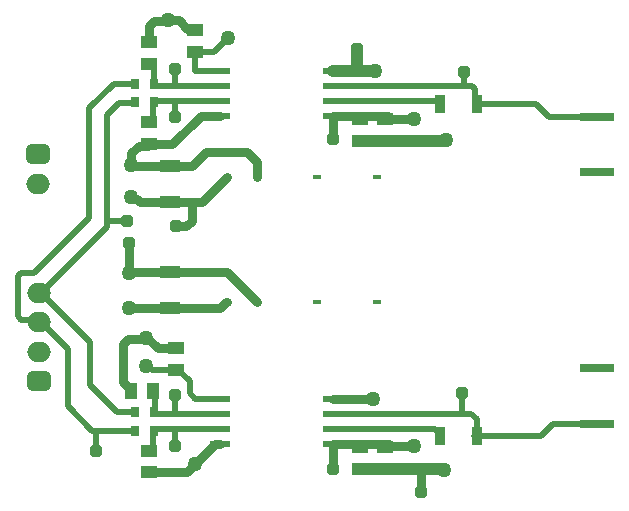
<source format=gtl>
G04*
G04 #@! TF.GenerationSoftware,Altium Limited,Altium Designer,21.6.4 (81)*
G04*
G04 Layer_Physical_Order=1*
G04 Layer_Color=255*
%FSLAX25Y25*%
%MOIN*%
G70*
G04*
G04 #@! TF.SameCoordinates,D96B5EB0-5715-4667-86B1-06F83BB8B169*
G04*
G04*
G04 #@! TF.FilePolarity,Positive*
G04*
G01*
G75*
%ADD10C,0.01968*%
%ADD11C,0.03937*%
%ADD16R,0.06890X0.04331*%
G04:AMPARAMS|DCode=17|XSize=39.37mil|YSize=39.37mil|CornerRadius=9.84mil|HoleSize=0mil|Usage=FLASHONLY|Rotation=90.000|XOffset=0mil|YOffset=0mil|HoleType=Round|Shape=RoundedRectangle|*
%AMROUNDEDRECTD17*
21,1,0.03937,0.01968,0,0,90.0*
21,1,0.01968,0.03937,0,0,90.0*
1,1,0.01968,0.00984,0.00984*
1,1,0.01968,0.00984,-0.00984*
1,1,0.01968,-0.00984,-0.00984*
1,1,0.01968,-0.00984,0.00984*
%
%ADD17ROUNDEDRECTD17*%
%ADD18R,0.07087X0.02362*%
%ADD19R,0.05315X0.03937*%
%ADD20R,0.03937X0.05315*%
%ADD21R,0.02756X0.03347*%
%ADD22R,0.03543X0.06496*%
%ADD35C,0.02953*%
%ADD36R,0.02756X0.01772*%
%ADD37R,0.11811X0.02756*%
G04:AMPARAMS|DCode=38|XSize=66.93mil|YSize=78.74mil|CornerRadius=16.73mil|HoleSize=0mil|Usage=FLASHONLY|Rotation=90.000|XOffset=0mil|YOffset=0mil|HoleType=Round|Shape=RoundedRectangle|*
%AMROUNDEDRECTD38*
21,1,0.06693,0.04528,0,0,90.0*
21,1,0.03347,0.07874,0,0,90.0*
1,1,0.03346,0.02264,0.01673*
1,1,0.03346,0.02264,-0.01673*
1,1,0.03346,-0.02264,-0.01673*
1,1,0.03346,-0.02264,0.01673*
%
%ADD38ROUNDEDRECTD38*%
%ADD39O,0.07874X0.06693*%
%ADD40C,0.05000*%
D10*
X63386Y138681D02*
X63681D01*
X64665Y139665D01*
Y144882D01*
X65059Y145276D01*
X19685Y74010D02*
Y87429D01*
X20838Y72857D02*
X25962D01*
X19685Y87429D02*
X20838Y88583D01*
X19685Y74010D02*
X20838Y72857D01*
Y88583D02*
X25197D01*
X43307Y106693D01*
X25962Y72857D02*
X26772Y72047D01*
X27362D01*
X45669Y35827D02*
X58563D01*
X44488D02*
X45669D01*
Y29134D02*
Y35827D01*
X27362Y72047D02*
X36377Y63032D01*
Y43938D02*
Y63032D01*
Y43938D02*
X44488Y35827D01*
X170998Y150906D02*
X172151Y149752D01*
Y145270D02*
Y149752D01*
X168504Y150906D02*
X170998D01*
X172151Y145270D02*
X172539Y144882D01*
X173228D02*
X192520D01*
X167717Y41339D02*
X170866D01*
X172539Y34252D02*
Y39665D01*
X170866Y41339D02*
X172539Y39665D01*
X171752Y34252D02*
X194095D01*
X64305Y56201D02*
X73130D01*
X62205Y57480D02*
X63025D01*
X64305Y56201D01*
X63386Y29232D02*
X63484Y29134D01*
X64665D01*
X64862Y35630D02*
X65059Y35827D01*
X64862Y29331D02*
Y35630D01*
X64665Y29134D02*
X64862Y29331D01*
X65059Y151575D02*
Y156791D01*
X63681Y158169D02*
X65059Y156791D01*
X63386Y158169D02*
X63681D01*
X194095Y34252D02*
X198031Y38189D01*
X212598D01*
X196850Y140551D02*
X212598D01*
X192520Y144882D02*
X196850Y140551D01*
X72047Y145905D02*
X87094D01*
X65453D02*
X72047D01*
Y140551D02*
Y145905D01*
Y150906D02*
X87094D01*
X65827D02*
X72047D01*
Y156299D01*
X78740Y162106D02*
X84941D01*
X89764Y166929D01*
X78740Y155905D02*
X87094D01*
X78740D02*
Y162106D01*
X72047Y36339D02*
X87094D01*
X65669D02*
X72047D01*
Y30709D02*
Y36339D01*
Y41339D02*
X87094D01*
X66142D02*
X72047D01*
Y47638D01*
X76898Y48299D02*
X78858Y46339D01*
X76898Y48299D02*
Y52433D01*
X73130Y56201D02*
X76898Y52433D01*
X49213Y105905D02*
Y140945D01*
Y103740D02*
Y105905D01*
X55905D01*
X43701Y50984D02*
Y65551D01*
Y50984D02*
X52559Y42126D01*
X27362Y81890D02*
X43701Y65551D01*
X27362Y81890D02*
X49213Y103740D01*
X51575Y151575D02*
X58563D01*
X43307Y143307D02*
X51575Y151575D01*
X43307Y106693D02*
Y143307D01*
X26772Y81890D02*
X27362D01*
X52559Y42126D02*
X58563D01*
Y145177D02*
Y145276D01*
X58465Y145079D02*
X58563Y145177D01*
X53347Y145079D02*
X58465D01*
X49213Y140945D02*
X53347Y145079D01*
X65059Y145512D02*
X65453Y145905D01*
X124803Y150906D02*
X168504D01*
X124803Y145905D02*
X158957D01*
X159744Y144882D02*
Y145118D01*
X158957Y145905D02*
X159744Y145118D01*
X65059Y151575D02*
X65108D01*
Y151624D02*
X65827Y150906D01*
X78858Y46339D02*
X87094D01*
X65059Y35827D02*
X65108Y35778D01*
X65108D01*
X65669Y36339D01*
X65354Y41831D02*
X65748Y41437D01*
X66043D01*
X65354Y41831D02*
Y42126D01*
X66043Y41437D02*
X66142Y41339D01*
X65354Y42323D02*
Y47835D01*
X64665Y48524D02*
Y49213D01*
Y48524D02*
X65354Y47835D01*
X124695Y41339D02*
X167717D01*
Y48425D01*
X168504Y150906D02*
Y155512D01*
X160138Y34252D02*
Y34941D01*
X158740Y36339D02*
X160138Y34941D01*
X124695Y36339D02*
X158740D01*
D11*
X124803Y155905D02*
X132677D01*
X153937Y22982D02*
X161663D01*
X145029D02*
X153937D01*
X135039Y23130D02*
X144882D01*
X145029Y22982D01*
X161663D02*
X161811Y22835D01*
X132677Y155905D02*
X138583D01*
X132677D02*
Y162992D01*
X162106Y132579D02*
X162205Y132677D01*
X135039Y132579D02*
X162106D01*
D16*
X70472Y112106D02*
D03*
Y88681D02*
D03*
Y76673D02*
D03*
Y124114D02*
D03*
D17*
X72047Y30709D02*
D03*
X45669Y29134D02*
D03*
X56693Y98425D02*
D03*
X55905Y105905D02*
D03*
X72047Y140551D02*
D03*
X153937Y15354D02*
D03*
X124803Y23228D02*
D03*
X168504Y155512D02*
D03*
X167717Y48425D02*
D03*
X72047Y47638D02*
D03*
Y156299D02*
D03*
X72441Y103937D02*
D03*
X124803Y133071D02*
D03*
X132677Y162992D02*
D03*
D18*
X124695Y46339D02*
D03*
Y41339D02*
D03*
Y36339D02*
D03*
Y31339D02*
D03*
X87094Y46339D02*
D03*
Y41339D02*
D03*
Y36339D02*
D03*
Y31339D02*
D03*
Y140905D02*
D03*
Y145905D02*
D03*
Y150906D02*
D03*
Y155905D02*
D03*
X124695Y140905D02*
D03*
Y145905D02*
D03*
Y150906D02*
D03*
Y155905D02*
D03*
D19*
X78740Y169390D02*
D03*
Y162106D02*
D03*
X72441Y63484D02*
D03*
Y56201D02*
D03*
X63386Y158169D02*
D03*
Y165453D02*
D03*
Y29232D02*
D03*
Y21949D02*
D03*
Y138681D02*
D03*
Y131398D02*
D03*
X142126Y132579D02*
D03*
Y139862D02*
D03*
Y23130D02*
D03*
Y30413D02*
D03*
X133858Y23130D02*
D03*
Y30413D02*
D03*
Y132579D02*
D03*
Y139862D02*
D03*
D20*
X64665Y49213D02*
D03*
X57382D02*
D03*
D21*
X58563Y42126D02*
D03*
X65059D02*
D03*
X58563Y35827D02*
D03*
X65059D02*
D03*
X58563Y151575D02*
D03*
X65059D02*
D03*
X58563Y145276D02*
D03*
X65059D02*
D03*
D22*
X172539Y34252D02*
D03*
X160531D02*
D03*
Y144882D02*
D03*
X172539D02*
D03*
D35*
X99468Y120472D02*
Y125335D01*
X82284Y128740D02*
X96063D01*
X99468Y125335D01*
X77658Y124114D02*
X82284Y128740D01*
X70472Y124114D02*
X77658D01*
X63386Y131398D02*
X71161D01*
X80669Y140905D02*
X87094D01*
X71161Y131398D02*
X80669Y140905D01*
X57480Y124409D02*
Y128347D01*
X60039Y130905D01*
X62894D01*
X63386Y131398D01*
X70325Y124262D02*
X70472Y124114D01*
X77559Y105667D02*
Y112106D01*
X72441Y103937D02*
X75829D01*
X77559Y105667D01*
Y112106D02*
X81102D01*
X70472D02*
X77559D01*
X81102D02*
X89468Y120472D01*
X60371Y112106D02*
X70472D01*
X58060Y113199D02*
X59277D01*
X60371Y112106D01*
X57480Y113779D02*
X58060Y113199D01*
X57628Y124262D02*
X70325D01*
X57480Y124409D02*
X57628Y124262D01*
X56693Y88583D02*
Y98425D01*
X89527Y88681D02*
X99468Y78740D01*
X70472Y88681D02*
X89527D01*
X70423Y88632D02*
X70472Y88681D01*
X56742Y88632D02*
X70423D01*
X56693Y88583D02*
X56742Y88632D01*
X89173Y78740D02*
X89468D01*
X70472Y76673D02*
X87106D01*
X89173Y78740D01*
X56693Y76772D02*
X56742Y76723D01*
X70423D02*
X70472Y76673D01*
X56742Y76723D02*
X70423D01*
X75888Y21949D02*
X78743Y24803D01*
X78787D01*
X78740D02*
X78743D01*
X133858Y31339D02*
X143268D01*
X124695D02*
X133858D01*
X143268D02*
X143898Y30709D01*
X151575D01*
X151072Y139764D02*
X151969D01*
X133858Y140905D02*
X143150D01*
X151023Y139813D02*
X151072Y139764D01*
X144931Y139813D02*
X151023D01*
X124803Y140905D02*
X133858D01*
X63386Y21949D02*
X75888D01*
X73404Y172659D02*
X76181Y169882D01*
X78248D02*
X78740Y169390D01*
X76181Y169882D02*
X78248D01*
X69860Y172659D02*
X73404D01*
X69685Y172835D02*
X69860Y172659D01*
X63386Y170713D02*
X65115Y172443D01*
X69293D01*
X63386Y165453D02*
Y170713D01*
X69293Y172443D02*
X69685Y172835D01*
X78787Y24803D02*
X85323Y31339D01*
X87094D01*
X57382Y49213D02*
Y49902D01*
X54724Y52123D02*
X56454Y50394D01*
X56890D01*
X57382Y49902D01*
X54724Y52123D02*
Y64808D01*
X56454Y66537D02*
X61813D01*
X54724Y64808D02*
X56454Y66537D01*
X61813D02*
X62205Y66929D01*
X124803Y133071D02*
Y140905D01*
X62759Y66929D02*
X66204Y63484D01*
X72441D01*
X62205Y66929D02*
X62759D01*
X124754Y46398D02*
X138130D01*
X124695Y46339D02*
X124754Y46398D01*
X138130D02*
X138189Y46457D01*
X124695Y31339D02*
X124749Y31284D01*
Y23282D02*
X124803Y23228D01*
X124749Y23282D02*
Y31284D01*
X153937Y15354D02*
Y22982D01*
X144193Y139862D02*
X144882D01*
X143150Y140905D02*
X144193Y139862D01*
X144882D02*
X144931Y139813D01*
D36*
X89468Y120472D02*
D03*
X99468D02*
D03*
X119471D02*
D03*
X139469D02*
D03*
X89468Y78740D02*
D03*
X99468D02*
D03*
X119471D02*
D03*
X139469D02*
D03*
D37*
X212598Y38189D02*
D03*
Y56693D02*
D03*
Y122047D02*
D03*
Y140551D02*
D03*
D38*
X26772Y52362D02*
D03*
X26378Y127953D02*
D03*
D39*
X26772Y62205D02*
D03*
Y72047D02*
D03*
Y81890D02*
D03*
X26378Y118110D02*
D03*
D40*
X57480Y113779D02*
D03*
X56693Y76772D02*
D03*
Y88583D02*
D03*
X151575Y139764D02*
D03*
X62205Y57480D02*
D03*
X69685Y172835D02*
D03*
X89764Y166929D02*
D03*
X78740Y24803D02*
D03*
X62205Y66929D02*
D03*
X57480Y124409D02*
D03*
X138189Y46457D02*
D03*
X161811Y22835D02*
D03*
X151575Y30709D02*
D03*
X138583Y155905D02*
D03*
X162205Y132677D02*
D03*
M02*

</source>
